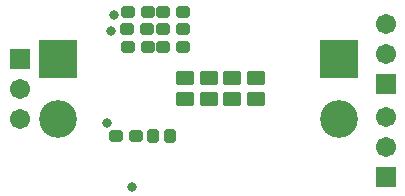
<source format=gbs>
G04*
G04 #@! TF.GenerationSoftware,Altium Limited,Altium Designer,20.0.7 (75)*
G04*
G04 Layer_Color=16711935*
%FSLAX44Y44*%
%MOMM*%
G71*
G01*
G75*
G04:AMPARAMS|DCode=27|XSize=1.1532mm|YSize=1.6032mm|CornerRadius=0.1729mm|HoleSize=0mm|Usage=FLASHONLY|Rotation=90.000|XOffset=0mm|YOffset=0mm|HoleType=Round|Shape=RoundedRectangle|*
%AMROUNDEDRECTD27*
21,1,1.1532,1.2575,0,0,90.0*
21,1,0.8075,1.6032,0,0,90.0*
1,1,0.3457,0.6288,0.4037*
1,1,0.3457,0.6288,-0.4037*
1,1,0.3457,-0.6288,-0.4037*
1,1,0.3457,-0.6288,0.4037*
%
%ADD27ROUNDEDRECTD27*%
G04:AMPARAMS|DCode=30|XSize=1.0032mm|YSize=1.1032mm|CornerRadius=0.1616mm|HoleSize=0mm|Usage=FLASHONLY|Rotation=180.000|XOffset=0mm|YOffset=0mm|HoleType=Round|Shape=RoundedRectangle|*
%AMROUNDEDRECTD30*
21,1,1.0032,0.7800,0,0,180.0*
21,1,0.6800,1.1032,0,0,180.0*
1,1,0.3232,-0.3400,0.3900*
1,1,0.3232,0.3400,0.3900*
1,1,0.3232,0.3400,-0.3900*
1,1,0.3232,-0.3400,-0.3900*
%
%ADD30ROUNDEDRECTD30*%
G04:AMPARAMS|DCode=31|XSize=1.1032mm|YSize=1.0032mm|CornerRadius=0.1616mm|HoleSize=0mm|Usage=FLASHONLY|Rotation=0.000|XOffset=0mm|YOffset=0mm|HoleType=Round|Shape=RoundedRectangle|*
%AMROUNDEDRECTD31*
21,1,1.1032,0.6800,0,0,0.0*
21,1,0.7800,1.0032,0,0,0.0*
1,1,0.3232,0.3900,-0.3400*
1,1,0.3232,-0.3900,-0.3400*
1,1,0.3232,-0.3900,0.3400*
1,1,0.3232,0.3900,0.3400*
%
%ADD31ROUNDEDRECTD31*%
%ADD32C,3.2032*%
%ADD33R,3.2032X3.2032*%
%ADD34C,1.7032*%
%ADD35R,1.7032X1.7032*%
%ADD36C,0.8032*%
D27*
X214000Y80750D02*
D03*
Y99250D02*
D03*
X194000Y80750D02*
D03*
Y99250D02*
D03*
X174000Y80750D02*
D03*
Y99250D02*
D03*
X154000Y80750D02*
D03*
Y99250D02*
D03*
D30*
X141500Y50000D02*
D03*
X126500D02*
D03*
D31*
X135500Y125000D02*
D03*
X152500D02*
D03*
X105500D02*
D03*
X122500D02*
D03*
X95500Y50000D02*
D03*
X112500D02*
D03*
X135500Y140000D02*
D03*
X152500D02*
D03*
X135500Y155000D02*
D03*
X152500D02*
D03*
X105000Y140000D02*
D03*
X122000D02*
D03*
X105500Y155000D02*
D03*
X122500D02*
D03*
D32*
X284000Y64200D02*
D03*
X46500D02*
D03*
D33*
X284000Y115000D02*
D03*
X46500D02*
D03*
D34*
X324000Y40400D02*
D03*
X324000Y65799D02*
D03*
X324000Y119601D02*
D03*
X324000Y145000D02*
D03*
X14000Y89600D02*
D03*
X14000Y64201D02*
D03*
D35*
X324000Y15000D02*
D03*
X324000Y94201D02*
D03*
X14000Y115000D02*
D03*
D36*
X109000Y7000D02*
D03*
X94000Y152000D02*
D03*
X91000Y139000D02*
D03*
X88000Y61000D02*
D03*
M02*

</source>
